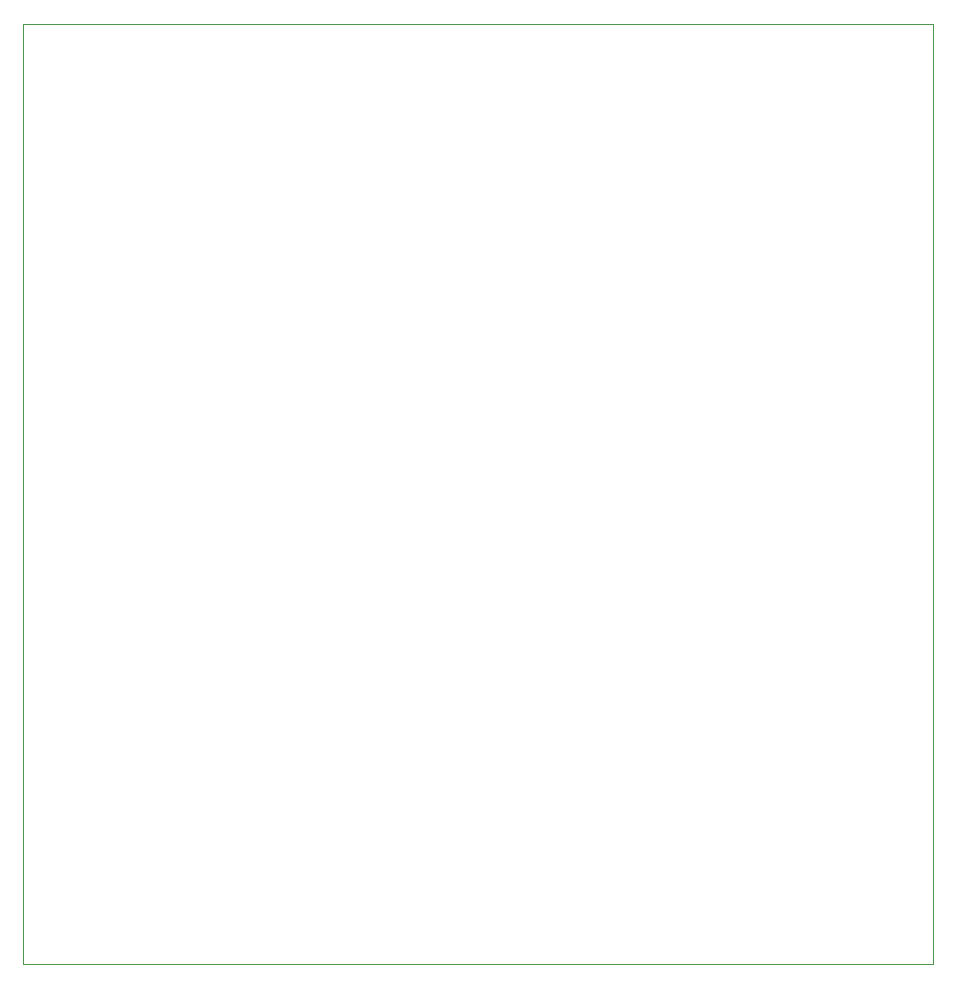
<source format=gbr>
%TF.GenerationSoftware,KiCad,Pcbnew,8.0.8*%
%TF.CreationDate,2025-03-20T21:36:52-04:00*%
%TF.ProjectId,PCB PUERTA,50434220-5055-4455-9254-412e6b696361,rev?*%
%TF.SameCoordinates,Original*%
%TF.FileFunction,Profile,NP*%
%FSLAX46Y46*%
G04 Gerber Fmt 4.6, Leading zero omitted, Abs format (unit mm)*
G04 Created by KiCad (PCBNEW 8.0.8) date 2025-03-20 21:36:52*
%MOMM*%
%LPD*%
G01*
G04 APERTURE LIST*
%TA.AperFunction,Profile*%
%ADD10C,0.050000*%
%TD*%
G04 APERTURE END LIST*
D10*
X85000000Y-58378200D02*
X162000000Y-58378200D01*
X162000000Y-138000000D01*
X85000000Y-138000000D01*
X85000000Y-58378200D01*
M02*

</source>
